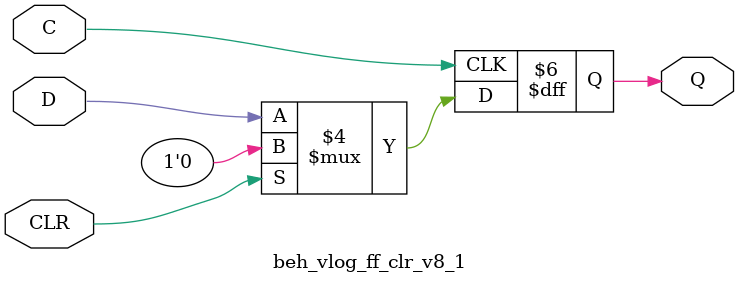
<source format=v>
module beh_vlog_ff_clr_v8_1 (Q, C, CLR, D);
  parameter INIT = 0;
localparam FLOP_DELAY = 100;
    output Q;
    input  C, CLR, D;
    reg Q;
    initial Q= 1'b0;
    always @(posedge C )
      if (CLR)
	Q<= 1'b0;
      else
	Q<= #FLOP_DELAY D;
endmodule
</source>
